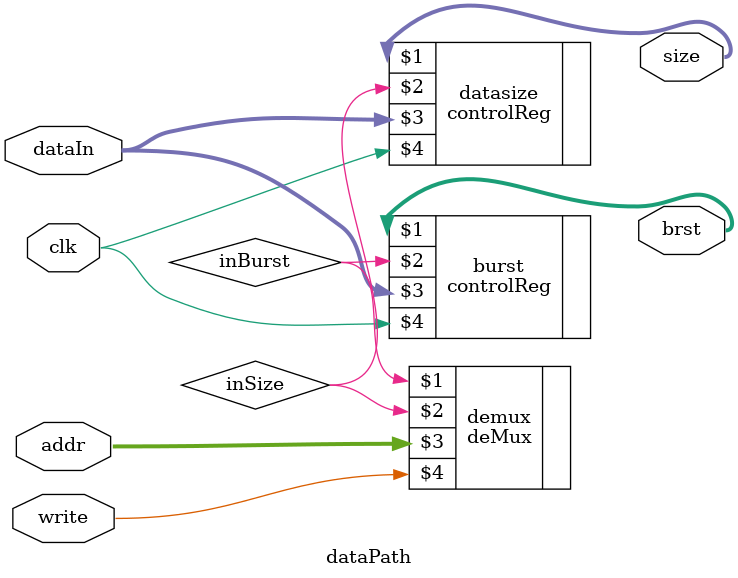
<source format=v>
module dataPath(clk,size,dataIn,addr,write,brst);

input write,clk;
input [31:0] dataIn;
input [3:0] addr;
//output [31:0] size;
output [31:0] brst,size;
wire inSize,inBurst;

controlReg  burst(brst,inBurst,dataIn,clk);
controlReg datasize(size,inSize,dataIn,clk);
deMux demux(inBurst,inSize,addr,write);

endmodule


//module controlReg(dataOut,write,dataIn,clk);
</source>
